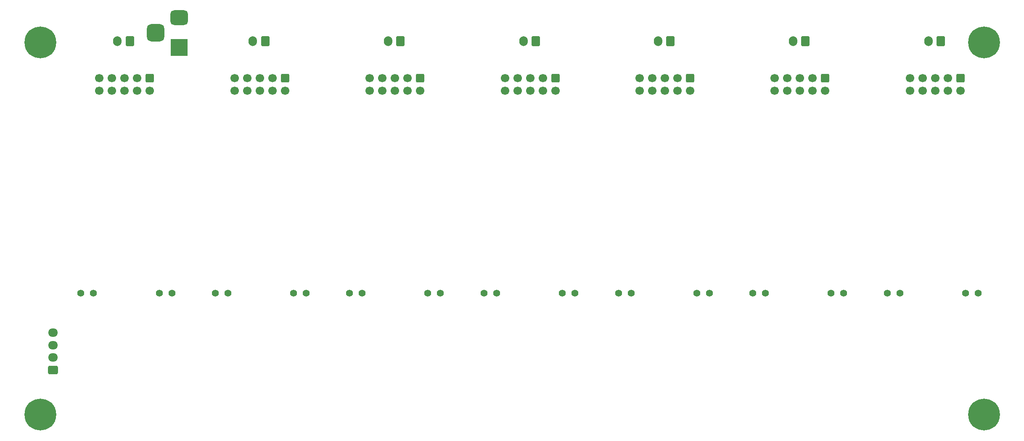
<source format=gbs>
G04 #@! TF.GenerationSoftware,KiCad,Pcbnew,(6.0.0)*
G04 #@! TF.CreationDate,2022-10-10T14:03:21+02:00*
G04 #@! TF.ProjectId,sonus7_rev1,736f6e75-7337-45f7-9265-76312e6b6963,rev?*
G04 #@! TF.SameCoordinates,Original*
G04 #@! TF.FileFunction,Soldermask,Bot*
G04 #@! TF.FilePolarity,Negative*
%FSLAX46Y46*%
G04 Gerber Fmt 4.6, Leading zero omitted, Abs format (unit mm)*
G04 Created by KiCad (PCBNEW (6.0.0)) date 2022-10-10 14:03:21*
%MOMM*%
%LPD*%
G01*
G04 APERTURE LIST*
G04 Aperture macros list*
%AMRoundRect*
0 Rectangle with rounded corners*
0 $1 Rounding radius*
0 $2 $3 $4 $5 $6 $7 $8 $9 X,Y pos of 4 corners*
0 Add a 4 corners polygon primitive as box body*
4,1,4,$2,$3,$4,$5,$6,$7,$8,$9,$2,$3,0*
0 Add four circle primitives for the rounded corners*
1,1,$1+$1,$2,$3*
1,1,$1+$1,$4,$5*
1,1,$1+$1,$6,$7*
1,1,$1+$1,$8,$9*
0 Add four rect primitives between the rounded corners*
20,1,$1+$1,$2,$3,$4,$5,0*
20,1,$1+$1,$4,$5,$6,$7,0*
20,1,$1+$1,$6,$7,$8,$9,0*
20,1,$1+$1,$8,$9,$2,$3,0*%
G04 Aperture macros list end*
%ADD10C,6.400000*%
%ADD11C,1.400000*%
%ADD12RoundRect,0.250000X-0.600000X0.600000X-0.600000X-0.600000X0.600000X-0.600000X0.600000X0.600000X0*%
%ADD13C,1.700000*%
%ADD14RoundRect,0.250000X0.725000X-0.600000X0.725000X0.600000X-0.725000X0.600000X-0.725000X-0.600000X0*%
%ADD15O,1.950000X1.700000*%
%ADD16RoundRect,0.250000X0.600000X0.750000X-0.600000X0.750000X-0.600000X-0.750000X0.600000X-0.750000X0*%
%ADD17O,1.700000X2.000000*%
%ADD18R,3.500000X3.500000*%
%ADD19RoundRect,0.750000X-1.000000X0.750000X-1.000000X-0.750000X1.000000X-0.750000X1.000000X0.750000X0*%
%ADD20RoundRect,0.875000X-0.875000X0.875000X-0.875000X-0.875000X0.875000X-0.875000X0.875000X0.875000X0*%
G04 APERTURE END LIST*
D10*
X29000000Y-53500000D03*
D11*
X52937500Y-104032500D03*
X55477500Y-104032500D03*
D12*
X78267500Y-60625000D03*
D13*
X78267500Y-63165000D03*
X75727500Y-60625000D03*
X75727500Y-63165000D03*
X73187500Y-60625000D03*
X73187500Y-63165000D03*
X70647500Y-60625000D03*
X70647500Y-63165000D03*
X68107500Y-60625000D03*
X68107500Y-63165000D03*
D11*
X134100000Y-104000000D03*
X136640000Y-104000000D03*
D14*
X31532500Y-119500000D03*
D15*
X31532500Y-117000000D03*
X31532500Y-114500000D03*
X31532500Y-112000000D03*
D11*
X37187500Y-104032500D03*
X39727500Y-104032500D03*
D16*
X155877500Y-53212500D03*
D17*
X153377500Y-53212500D03*
D11*
X199500000Y-104000000D03*
X202040000Y-104000000D03*
X215250000Y-104000000D03*
X217790000Y-104000000D03*
D12*
X132737500Y-60645000D03*
D13*
X132737500Y-63185000D03*
X130197500Y-60645000D03*
X130197500Y-63185000D03*
X127657500Y-60645000D03*
X127657500Y-63185000D03*
X125117500Y-60645000D03*
X125117500Y-63185000D03*
X122577500Y-60645000D03*
X122577500Y-63185000D03*
D10*
X29000000Y-128500000D03*
D11*
X172450000Y-104000000D03*
X174990000Y-104000000D03*
D10*
X219000000Y-53500000D03*
D12*
X159842500Y-60625000D03*
D13*
X159842500Y-63165000D03*
X157302500Y-60625000D03*
X157302500Y-63165000D03*
X154762500Y-60625000D03*
X154762500Y-63165000D03*
X152222500Y-60625000D03*
X152222500Y-63165000D03*
X149682500Y-60625000D03*
X149682500Y-63165000D03*
D16*
X101522500Y-53232500D03*
D17*
X99022500Y-53232500D03*
D12*
X214267500Y-60665000D03*
D13*
X214267500Y-63205000D03*
X211727500Y-60665000D03*
X211727500Y-63205000D03*
X209187500Y-60665000D03*
X209187500Y-63205000D03*
X206647500Y-60665000D03*
X206647500Y-63205000D03*
X204107500Y-60665000D03*
X204107500Y-63205000D03*
D11*
X79987500Y-104032500D03*
X82527500Y-104032500D03*
D18*
X56957500Y-54500000D03*
D19*
X56957500Y-48500000D03*
D20*
X52257500Y-51500000D03*
D11*
X118350000Y-104000000D03*
X120890000Y-104000000D03*
D16*
X183062500Y-53232500D03*
D17*
X180562500Y-53232500D03*
D11*
X91287500Y-104032500D03*
X93827500Y-104032500D03*
D10*
X219000000Y-128500000D03*
D16*
X47052500Y-53212500D03*
D17*
X44552500Y-53212500D03*
D11*
X64237500Y-104032500D03*
X66777500Y-104032500D03*
D12*
X187027500Y-60645000D03*
D13*
X187027500Y-63185000D03*
X184487500Y-60645000D03*
X184487500Y-63185000D03*
X181947500Y-60645000D03*
X181947500Y-63185000D03*
X179407500Y-60645000D03*
X179407500Y-63185000D03*
X176867500Y-60645000D03*
X176867500Y-63185000D03*
D16*
X210302500Y-53252500D03*
D17*
X207802500Y-53252500D03*
D11*
X145400000Y-104000000D03*
X147940000Y-104000000D03*
D12*
X51017500Y-60625000D03*
D13*
X51017500Y-63165000D03*
X48477500Y-60625000D03*
X48477500Y-63165000D03*
X45937500Y-60625000D03*
X45937500Y-63165000D03*
X43397500Y-60625000D03*
X43397500Y-63165000D03*
X40857500Y-60625000D03*
X40857500Y-63165000D03*
D11*
X188200000Y-104000000D03*
X190740000Y-104000000D03*
X161150000Y-104000000D03*
X163690000Y-104000000D03*
D16*
X128772500Y-53232500D03*
D17*
X126272500Y-53232500D03*
D12*
X105487500Y-60645000D03*
D13*
X105487500Y-63185000D03*
X102947500Y-60645000D03*
X102947500Y-63185000D03*
X100407500Y-60645000D03*
X100407500Y-63185000D03*
X97867500Y-60645000D03*
X97867500Y-63185000D03*
X95327500Y-60645000D03*
X95327500Y-63185000D03*
D16*
X74302500Y-53212500D03*
D17*
X71802500Y-53212500D03*
D11*
X107037500Y-104032500D03*
X109577500Y-104032500D03*
M02*

</source>
